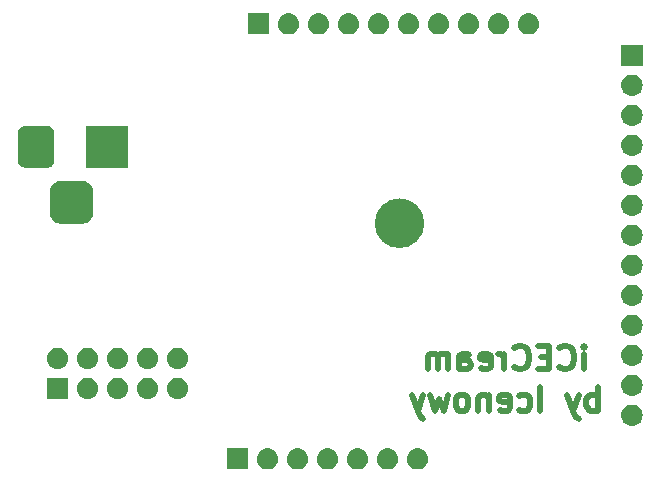
<source format=gbr>
%TF.GenerationSoftware,KiCad,Pcbnew,5.0.2*%
%TF.CreationDate,2019-02-13T10:06:58+08:00*%
%TF.ProjectId,ice40up5k-qfn48,69636534-3075-4703-956b-2d71666e3438,rev?*%
%TF.SameCoordinates,Original*%
%TF.FileFunction,Soldermask,Bot*%
%TF.FilePolarity,Negative*%
%FSLAX46Y46*%
G04 Gerber Fmt 4.6, Leading zero omitted, Abs format (unit mm)*
G04 Created by KiCad (PCBNEW 5.0.2) date 2019年02月13日 星期三 10时06分58秒*
%MOMM*%
%LPD*%
G01*
G04 APERTURE LIST*
%ADD10C,2.100000*%
%ADD11C,0.500000*%
%ADD12C,0.350000*%
G04 APERTURE END LIST*
D10*
X133130000Y-58674000D02*
G75*
G03X133130000Y-58674000I-1050000J0D01*
G01*
D11*
X147716047Y-71036761D02*
X147716047Y-69703428D01*
X147716047Y-69036761D02*
X147811285Y-69132000D01*
X147716047Y-69227238D01*
X147620809Y-69132000D01*
X147716047Y-69036761D01*
X147716047Y-69227238D01*
X145620809Y-70846285D02*
X145716047Y-70941523D01*
X146001761Y-71036761D01*
X146192238Y-71036761D01*
X146477952Y-70941523D01*
X146668428Y-70751047D01*
X146763666Y-70560571D01*
X146858904Y-70179619D01*
X146858904Y-69893904D01*
X146763666Y-69512952D01*
X146668428Y-69322476D01*
X146477952Y-69132000D01*
X146192238Y-69036761D01*
X146001761Y-69036761D01*
X145716047Y-69132000D01*
X145620809Y-69227238D01*
X144763666Y-69989142D02*
X144097000Y-69989142D01*
X143811285Y-71036761D02*
X144763666Y-71036761D01*
X144763666Y-69036761D01*
X143811285Y-69036761D01*
X141811285Y-70846285D02*
X141906523Y-70941523D01*
X142192238Y-71036761D01*
X142382714Y-71036761D01*
X142668428Y-70941523D01*
X142858904Y-70751047D01*
X142954142Y-70560571D01*
X143049380Y-70179619D01*
X143049380Y-69893904D01*
X142954142Y-69512952D01*
X142858904Y-69322476D01*
X142668428Y-69132000D01*
X142382714Y-69036761D01*
X142192238Y-69036761D01*
X141906523Y-69132000D01*
X141811285Y-69227238D01*
X140954142Y-71036761D02*
X140954142Y-69703428D01*
X140954142Y-70084380D02*
X140858904Y-69893904D01*
X140763666Y-69798666D01*
X140573190Y-69703428D01*
X140382714Y-69703428D01*
X138954142Y-70941523D02*
X139144619Y-71036761D01*
X139525571Y-71036761D01*
X139716047Y-70941523D01*
X139811285Y-70751047D01*
X139811285Y-69989142D01*
X139716047Y-69798666D01*
X139525571Y-69703428D01*
X139144619Y-69703428D01*
X138954142Y-69798666D01*
X138858904Y-69989142D01*
X138858904Y-70179619D01*
X139811285Y-70370095D01*
X137144619Y-71036761D02*
X137144619Y-69989142D01*
X137239857Y-69798666D01*
X137430333Y-69703428D01*
X137811285Y-69703428D01*
X138001761Y-69798666D01*
X137144619Y-70941523D02*
X137335095Y-71036761D01*
X137811285Y-71036761D01*
X138001761Y-70941523D01*
X138097000Y-70751047D01*
X138097000Y-70560571D01*
X138001761Y-70370095D01*
X137811285Y-70274857D01*
X137335095Y-70274857D01*
X137144619Y-70179619D01*
X136192238Y-71036761D02*
X136192238Y-69703428D01*
X136192238Y-69893904D02*
X136097000Y-69798666D01*
X135906523Y-69703428D01*
X135620809Y-69703428D01*
X135430333Y-69798666D01*
X135335095Y-69989142D01*
X135335095Y-71036761D01*
X135335095Y-69989142D02*
X135239857Y-69798666D01*
X135049380Y-69703428D01*
X134763666Y-69703428D01*
X134573190Y-69798666D01*
X134477952Y-69989142D01*
X134477952Y-71036761D01*
X148858904Y-74536761D02*
X148858904Y-72536761D01*
X148858904Y-73298666D02*
X148668428Y-73203428D01*
X148287476Y-73203428D01*
X148097000Y-73298666D01*
X148001761Y-73393904D01*
X147906523Y-73584380D01*
X147906523Y-74155809D01*
X148001761Y-74346285D01*
X148097000Y-74441523D01*
X148287476Y-74536761D01*
X148668428Y-74536761D01*
X148858904Y-74441523D01*
X147239857Y-73203428D02*
X146763666Y-74536761D01*
X146287476Y-73203428D02*
X146763666Y-74536761D01*
X146954142Y-75012952D01*
X147049380Y-75108190D01*
X147239857Y-75203428D01*
X144001761Y-74536761D02*
X144001761Y-72536761D01*
X142192238Y-74441523D02*
X142382714Y-74536761D01*
X142763666Y-74536761D01*
X142954142Y-74441523D01*
X143049380Y-74346285D01*
X143144619Y-74155809D01*
X143144619Y-73584380D01*
X143049380Y-73393904D01*
X142954142Y-73298666D01*
X142763666Y-73203428D01*
X142382714Y-73203428D01*
X142192238Y-73298666D01*
X140573190Y-74441523D02*
X140763666Y-74536761D01*
X141144619Y-74536761D01*
X141335095Y-74441523D01*
X141430333Y-74251047D01*
X141430333Y-73489142D01*
X141335095Y-73298666D01*
X141144619Y-73203428D01*
X140763666Y-73203428D01*
X140573190Y-73298666D01*
X140477952Y-73489142D01*
X140477952Y-73679619D01*
X141430333Y-73870095D01*
X139620809Y-73203428D02*
X139620809Y-74536761D01*
X139620809Y-73393904D02*
X139525571Y-73298666D01*
X139335095Y-73203428D01*
X139049380Y-73203428D01*
X138858904Y-73298666D01*
X138763666Y-73489142D01*
X138763666Y-74536761D01*
X137525571Y-74536761D02*
X137716047Y-74441523D01*
X137811285Y-74346285D01*
X137906523Y-74155809D01*
X137906523Y-73584380D01*
X137811285Y-73393904D01*
X137716047Y-73298666D01*
X137525571Y-73203428D01*
X137239857Y-73203428D01*
X137049380Y-73298666D01*
X136954142Y-73393904D01*
X136858904Y-73584380D01*
X136858904Y-74155809D01*
X136954142Y-74346285D01*
X137049380Y-74441523D01*
X137239857Y-74536761D01*
X137525571Y-74536761D01*
X136192238Y-73203428D02*
X135811285Y-74536761D01*
X135430333Y-73584380D01*
X135049380Y-74536761D01*
X134668428Y-73203428D01*
X134097000Y-73203428D02*
X133620809Y-74536761D01*
X133144619Y-73203428D02*
X133620809Y-74536761D01*
X133811285Y-75012952D01*
X133906523Y-75108190D01*
X134097000Y-75203428D01*
D12*
G36*
X133714443Y-77718519D02*
X133780627Y-77725037D01*
X133893853Y-77759384D01*
X133950467Y-77776557D01*
X134089087Y-77850652D01*
X134106991Y-77860222D01*
X134142729Y-77889552D01*
X134244186Y-77972814D01*
X134327448Y-78074271D01*
X134356778Y-78110009D01*
X134356779Y-78110011D01*
X134440443Y-78266533D01*
X134440443Y-78266534D01*
X134491963Y-78436373D01*
X134509359Y-78613000D01*
X134491963Y-78789627D01*
X134457616Y-78902853D01*
X134440443Y-78959467D01*
X134366348Y-79098087D01*
X134356778Y-79115991D01*
X134327448Y-79151729D01*
X134244186Y-79253186D01*
X134142729Y-79336448D01*
X134106991Y-79365778D01*
X134106989Y-79365779D01*
X133950467Y-79449443D01*
X133893853Y-79466616D01*
X133780627Y-79500963D01*
X133714443Y-79507481D01*
X133648260Y-79514000D01*
X133559740Y-79514000D01*
X133493557Y-79507481D01*
X133427373Y-79500963D01*
X133314147Y-79466616D01*
X133257533Y-79449443D01*
X133101011Y-79365779D01*
X133101009Y-79365778D01*
X133065271Y-79336448D01*
X132963814Y-79253186D01*
X132880552Y-79151729D01*
X132851222Y-79115991D01*
X132841652Y-79098087D01*
X132767557Y-78959467D01*
X132750384Y-78902853D01*
X132716037Y-78789627D01*
X132698641Y-78613000D01*
X132716037Y-78436373D01*
X132767557Y-78266534D01*
X132767557Y-78266533D01*
X132851221Y-78110011D01*
X132851222Y-78110009D01*
X132880552Y-78074271D01*
X132963814Y-77972814D01*
X133065271Y-77889552D01*
X133101009Y-77860222D01*
X133118913Y-77850652D01*
X133257533Y-77776557D01*
X133314147Y-77759384D01*
X133427373Y-77725037D01*
X133493557Y-77718519D01*
X133559740Y-77712000D01*
X133648260Y-77712000D01*
X133714443Y-77718519D01*
X133714443Y-77718519D01*
G37*
G36*
X131174443Y-77718519D02*
X131240627Y-77725037D01*
X131353853Y-77759384D01*
X131410467Y-77776557D01*
X131549087Y-77850652D01*
X131566991Y-77860222D01*
X131602729Y-77889552D01*
X131704186Y-77972814D01*
X131787448Y-78074271D01*
X131816778Y-78110009D01*
X131816779Y-78110011D01*
X131900443Y-78266533D01*
X131900443Y-78266534D01*
X131951963Y-78436373D01*
X131969359Y-78613000D01*
X131951963Y-78789627D01*
X131917616Y-78902853D01*
X131900443Y-78959467D01*
X131826348Y-79098087D01*
X131816778Y-79115991D01*
X131787448Y-79151729D01*
X131704186Y-79253186D01*
X131602729Y-79336448D01*
X131566991Y-79365778D01*
X131566989Y-79365779D01*
X131410467Y-79449443D01*
X131353853Y-79466616D01*
X131240627Y-79500963D01*
X131174443Y-79507481D01*
X131108260Y-79514000D01*
X131019740Y-79514000D01*
X130953557Y-79507481D01*
X130887373Y-79500963D01*
X130774147Y-79466616D01*
X130717533Y-79449443D01*
X130561011Y-79365779D01*
X130561009Y-79365778D01*
X130525271Y-79336448D01*
X130423814Y-79253186D01*
X130340552Y-79151729D01*
X130311222Y-79115991D01*
X130301652Y-79098087D01*
X130227557Y-78959467D01*
X130210384Y-78902853D01*
X130176037Y-78789627D01*
X130158641Y-78613000D01*
X130176037Y-78436373D01*
X130227557Y-78266534D01*
X130227557Y-78266533D01*
X130311221Y-78110011D01*
X130311222Y-78110009D01*
X130340552Y-78074271D01*
X130423814Y-77972814D01*
X130525271Y-77889552D01*
X130561009Y-77860222D01*
X130578913Y-77850652D01*
X130717533Y-77776557D01*
X130774147Y-77759384D01*
X130887373Y-77725037D01*
X130953557Y-77718519D01*
X131019740Y-77712000D01*
X131108260Y-77712000D01*
X131174443Y-77718519D01*
X131174443Y-77718519D01*
G37*
G36*
X119265000Y-79514000D02*
X117463000Y-79514000D01*
X117463000Y-77712000D01*
X119265000Y-77712000D01*
X119265000Y-79514000D01*
X119265000Y-79514000D01*
G37*
G36*
X121014443Y-77718519D02*
X121080627Y-77725037D01*
X121193853Y-77759384D01*
X121250467Y-77776557D01*
X121389087Y-77850652D01*
X121406991Y-77860222D01*
X121442729Y-77889552D01*
X121544186Y-77972814D01*
X121627448Y-78074271D01*
X121656778Y-78110009D01*
X121656779Y-78110011D01*
X121740443Y-78266533D01*
X121740443Y-78266534D01*
X121791963Y-78436373D01*
X121809359Y-78613000D01*
X121791963Y-78789627D01*
X121757616Y-78902853D01*
X121740443Y-78959467D01*
X121666348Y-79098087D01*
X121656778Y-79115991D01*
X121627448Y-79151729D01*
X121544186Y-79253186D01*
X121442729Y-79336448D01*
X121406991Y-79365778D01*
X121406989Y-79365779D01*
X121250467Y-79449443D01*
X121193853Y-79466616D01*
X121080627Y-79500963D01*
X121014443Y-79507481D01*
X120948260Y-79514000D01*
X120859740Y-79514000D01*
X120793557Y-79507481D01*
X120727373Y-79500963D01*
X120614147Y-79466616D01*
X120557533Y-79449443D01*
X120401011Y-79365779D01*
X120401009Y-79365778D01*
X120365271Y-79336448D01*
X120263814Y-79253186D01*
X120180552Y-79151729D01*
X120151222Y-79115991D01*
X120141652Y-79098087D01*
X120067557Y-78959467D01*
X120050384Y-78902853D01*
X120016037Y-78789627D01*
X119998641Y-78613000D01*
X120016037Y-78436373D01*
X120067557Y-78266534D01*
X120067557Y-78266533D01*
X120151221Y-78110011D01*
X120151222Y-78110009D01*
X120180552Y-78074271D01*
X120263814Y-77972814D01*
X120365271Y-77889552D01*
X120401009Y-77860222D01*
X120418913Y-77850652D01*
X120557533Y-77776557D01*
X120614147Y-77759384D01*
X120727373Y-77725037D01*
X120793557Y-77718519D01*
X120859740Y-77712000D01*
X120948260Y-77712000D01*
X121014443Y-77718519D01*
X121014443Y-77718519D01*
G37*
G36*
X126094443Y-77718519D02*
X126160627Y-77725037D01*
X126273853Y-77759384D01*
X126330467Y-77776557D01*
X126469087Y-77850652D01*
X126486991Y-77860222D01*
X126522729Y-77889552D01*
X126624186Y-77972814D01*
X126707448Y-78074271D01*
X126736778Y-78110009D01*
X126736779Y-78110011D01*
X126820443Y-78266533D01*
X126820443Y-78266534D01*
X126871963Y-78436373D01*
X126889359Y-78613000D01*
X126871963Y-78789627D01*
X126837616Y-78902853D01*
X126820443Y-78959467D01*
X126746348Y-79098087D01*
X126736778Y-79115991D01*
X126707448Y-79151729D01*
X126624186Y-79253186D01*
X126522729Y-79336448D01*
X126486991Y-79365778D01*
X126486989Y-79365779D01*
X126330467Y-79449443D01*
X126273853Y-79466616D01*
X126160627Y-79500963D01*
X126094443Y-79507481D01*
X126028260Y-79514000D01*
X125939740Y-79514000D01*
X125873557Y-79507481D01*
X125807373Y-79500963D01*
X125694147Y-79466616D01*
X125637533Y-79449443D01*
X125481011Y-79365779D01*
X125481009Y-79365778D01*
X125445271Y-79336448D01*
X125343814Y-79253186D01*
X125260552Y-79151729D01*
X125231222Y-79115991D01*
X125221652Y-79098087D01*
X125147557Y-78959467D01*
X125130384Y-78902853D01*
X125096037Y-78789627D01*
X125078641Y-78613000D01*
X125096037Y-78436373D01*
X125147557Y-78266534D01*
X125147557Y-78266533D01*
X125231221Y-78110011D01*
X125231222Y-78110009D01*
X125260552Y-78074271D01*
X125343814Y-77972814D01*
X125445271Y-77889552D01*
X125481009Y-77860222D01*
X125498913Y-77850652D01*
X125637533Y-77776557D01*
X125694147Y-77759384D01*
X125807373Y-77725037D01*
X125873557Y-77718519D01*
X125939740Y-77712000D01*
X126028260Y-77712000D01*
X126094443Y-77718519D01*
X126094443Y-77718519D01*
G37*
G36*
X128634443Y-77718519D02*
X128700627Y-77725037D01*
X128813853Y-77759384D01*
X128870467Y-77776557D01*
X129009087Y-77850652D01*
X129026991Y-77860222D01*
X129062729Y-77889552D01*
X129164186Y-77972814D01*
X129247448Y-78074271D01*
X129276778Y-78110009D01*
X129276779Y-78110011D01*
X129360443Y-78266533D01*
X129360443Y-78266534D01*
X129411963Y-78436373D01*
X129429359Y-78613000D01*
X129411963Y-78789627D01*
X129377616Y-78902853D01*
X129360443Y-78959467D01*
X129286348Y-79098087D01*
X129276778Y-79115991D01*
X129247448Y-79151729D01*
X129164186Y-79253186D01*
X129062729Y-79336448D01*
X129026991Y-79365778D01*
X129026989Y-79365779D01*
X128870467Y-79449443D01*
X128813853Y-79466616D01*
X128700627Y-79500963D01*
X128634443Y-79507481D01*
X128568260Y-79514000D01*
X128479740Y-79514000D01*
X128413557Y-79507481D01*
X128347373Y-79500963D01*
X128234147Y-79466616D01*
X128177533Y-79449443D01*
X128021011Y-79365779D01*
X128021009Y-79365778D01*
X127985271Y-79336448D01*
X127883814Y-79253186D01*
X127800552Y-79151729D01*
X127771222Y-79115991D01*
X127761652Y-79098087D01*
X127687557Y-78959467D01*
X127670384Y-78902853D01*
X127636037Y-78789627D01*
X127618641Y-78613000D01*
X127636037Y-78436373D01*
X127687557Y-78266534D01*
X127687557Y-78266533D01*
X127771221Y-78110011D01*
X127771222Y-78110009D01*
X127800552Y-78074271D01*
X127883814Y-77972814D01*
X127985271Y-77889552D01*
X128021009Y-77860222D01*
X128038913Y-77850652D01*
X128177533Y-77776557D01*
X128234147Y-77759384D01*
X128347373Y-77725037D01*
X128413557Y-77718519D01*
X128479740Y-77712000D01*
X128568260Y-77712000D01*
X128634443Y-77718519D01*
X128634443Y-77718519D01*
G37*
G36*
X123554443Y-77718519D02*
X123620627Y-77725037D01*
X123733853Y-77759384D01*
X123790467Y-77776557D01*
X123929087Y-77850652D01*
X123946991Y-77860222D01*
X123982729Y-77889552D01*
X124084186Y-77972814D01*
X124167448Y-78074271D01*
X124196778Y-78110009D01*
X124196779Y-78110011D01*
X124280443Y-78266533D01*
X124280443Y-78266534D01*
X124331963Y-78436373D01*
X124349359Y-78613000D01*
X124331963Y-78789627D01*
X124297616Y-78902853D01*
X124280443Y-78959467D01*
X124206348Y-79098087D01*
X124196778Y-79115991D01*
X124167448Y-79151729D01*
X124084186Y-79253186D01*
X123982729Y-79336448D01*
X123946991Y-79365778D01*
X123946989Y-79365779D01*
X123790467Y-79449443D01*
X123733853Y-79466616D01*
X123620627Y-79500963D01*
X123554443Y-79507481D01*
X123488260Y-79514000D01*
X123399740Y-79514000D01*
X123333557Y-79507481D01*
X123267373Y-79500963D01*
X123154147Y-79466616D01*
X123097533Y-79449443D01*
X122941011Y-79365779D01*
X122941009Y-79365778D01*
X122905271Y-79336448D01*
X122803814Y-79253186D01*
X122720552Y-79151729D01*
X122691222Y-79115991D01*
X122681652Y-79098087D01*
X122607557Y-78959467D01*
X122590384Y-78902853D01*
X122556037Y-78789627D01*
X122538641Y-78613000D01*
X122556037Y-78436373D01*
X122607557Y-78266534D01*
X122607557Y-78266533D01*
X122691221Y-78110011D01*
X122691222Y-78110009D01*
X122720552Y-78074271D01*
X122803814Y-77972814D01*
X122905271Y-77889552D01*
X122941009Y-77860222D01*
X122958913Y-77850652D01*
X123097533Y-77776557D01*
X123154147Y-77759384D01*
X123267373Y-77725037D01*
X123333557Y-77718519D01*
X123399740Y-77712000D01*
X123488260Y-77712000D01*
X123554443Y-77718519D01*
X123554443Y-77718519D01*
G37*
G36*
X151875442Y-74035518D02*
X151941627Y-74042037D01*
X152054853Y-74076384D01*
X152111467Y-74093557D01*
X152250087Y-74167652D01*
X152267991Y-74177222D01*
X152303729Y-74206552D01*
X152405186Y-74289814D01*
X152488448Y-74391271D01*
X152517778Y-74427009D01*
X152517779Y-74427011D01*
X152601443Y-74583533D01*
X152601443Y-74583534D01*
X152652963Y-74753373D01*
X152670359Y-74930000D01*
X152652963Y-75106627D01*
X152618616Y-75219853D01*
X152601443Y-75276467D01*
X152527348Y-75415087D01*
X152517778Y-75432991D01*
X152488448Y-75468729D01*
X152405186Y-75570186D01*
X152303729Y-75653448D01*
X152267991Y-75682778D01*
X152267989Y-75682779D01*
X152111467Y-75766443D01*
X152054853Y-75783616D01*
X151941627Y-75817963D01*
X151875442Y-75824482D01*
X151809260Y-75831000D01*
X151720740Y-75831000D01*
X151654558Y-75824482D01*
X151588373Y-75817963D01*
X151475147Y-75783616D01*
X151418533Y-75766443D01*
X151262011Y-75682779D01*
X151262009Y-75682778D01*
X151226271Y-75653448D01*
X151124814Y-75570186D01*
X151041552Y-75468729D01*
X151012222Y-75432991D01*
X151002652Y-75415087D01*
X150928557Y-75276467D01*
X150911384Y-75219853D01*
X150877037Y-75106627D01*
X150859641Y-74930000D01*
X150877037Y-74753373D01*
X150928557Y-74583534D01*
X150928557Y-74583533D01*
X151012221Y-74427011D01*
X151012222Y-74427009D01*
X151041552Y-74391271D01*
X151124814Y-74289814D01*
X151226271Y-74206552D01*
X151262009Y-74177222D01*
X151279913Y-74167652D01*
X151418533Y-74093557D01*
X151475147Y-74076384D01*
X151588373Y-74042037D01*
X151654558Y-74035518D01*
X151720740Y-74029000D01*
X151809260Y-74029000D01*
X151875442Y-74035518D01*
X151875442Y-74035518D01*
G37*
G36*
X110854442Y-71749518D02*
X110920627Y-71756037D01*
X111033853Y-71790384D01*
X111090467Y-71807557D01*
X111229087Y-71881652D01*
X111246991Y-71891222D01*
X111282729Y-71920552D01*
X111384186Y-72003814D01*
X111467448Y-72105271D01*
X111496778Y-72141009D01*
X111496779Y-72141011D01*
X111580443Y-72297533D01*
X111580443Y-72297534D01*
X111631963Y-72467373D01*
X111649359Y-72644000D01*
X111631963Y-72820627D01*
X111597616Y-72933853D01*
X111580443Y-72990467D01*
X111559213Y-73030185D01*
X111496778Y-73146991D01*
X111467448Y-73182729D01*
X111384186Y-73284186D01*
X111282729Y-73367448D01*
X111246991Y-73396778D01*
X111246989Y-73396779D01*
X111090467Y-73480443D01*
X111033853Y-73497616D01*
X110920627Y-73531963D01*
X110854442Y-73538482D01*
X110788260Y-73545000D01*
X110699740Y-73545000D01*
X110633558Y-73538482D01*
X110567373Y-73531963D01*
X110454147Y-73497616D01*
X110397533Y-73480443D01*
X110241011Y-73396779D01*
X110241009Y-73396778D01*
X110205271Y-73367448D01*
X110103814Y-73284186D01*
X110020552Y-73182729D01*
X109991222Y-73146991D01*
X109928787Y-73030185D01*
X109907557Y-72990467D01*
X109890384Y-72933853D01*
X109856037Y-72820627D01*
X109838641Y-72644000D01*
X109856037Y-72467373D01*
X109907557Y-72297534D01*
X109907557Y-72297533D01*
X109991221Y-72141011D01*
X109991222Y-72141009D01*
X110020552Y-72105271D01*
X110103814Y-72003814D01*
X110205271Y-71920552D01*
X110241009Y-71891222D01*
X110258913Y-71881652D01*
X110397533Y-71807557D01*
X110454147Y-71790384D01*
X110567373Y-71756037D01*
X110633558Y-71749518D01*
X110699740Y-71743000D01*
X110788260Y-71743000D01*
X110854442Y-71749518D01*
X110854442Y-71749518D01*
G37*
G36*
X113394442Y-71749518D02*
X113460627Y-71756037D01*
X113573853Y-71790384D01*
X113630467Y-71807557D01*
X113769087Y-71881652D01*
X113786991Y-71891222D01*
X113822729Y-71920552D01*
X113924186Y-72003814D01*
X114007448Y-72105271D01*
X114036778Y-72141009D01*
X114036779Y-72141011D01*
X114120443Y-72297533D01*
X114120443Y-72297534D01*
X114171963Y-72467373D01*
X114189359Y-72644000D01*
X114171963Y-72820627D01*
X114137616Y-72933853D01*
X114120443Y-72990467D01*
X114099213Y-73030185D01*
X114036778Y-73146991D01*
X114007448Y-73182729D01*
X113924186Y-73284186D01*
X113822729Y-73367448D01*
X113786991Y-73396778D01*
X113786989Y-73396779D01*
X113630467Y-73480443D01*
X113573853Y-73497616D01*
X113460627Y-73531963D01*
X113394442Y-73538482D01*
X113328260Y-73545000D01*
X113239740Y-73545000D01*
X113173558Y-73538482D01*
X113107373Y-73531963D01*
X112994147Y-73497616D01*
X112937533Y-73480443D01*
X112781011Y-73396779D01*
X112781009Y-73396778D01*
X112745271Y-73367448D01*
X112643814Y-73284186D01*
X112560552Y-73182729D01*
X112531222Y-73146991D01*
X112468787Y-73030185D01*
X112447557Y-72990467D01*
X112430384Y-72933853D01*
X112396037Y-72820627D01*
X112378641Y-72644000D01*
X112396037Y-72467373D01*
X112447557Y-72297534D01*
X112447557Y-72297533D01*
X112531221Y-72141011D01*
X112531222Y-72141009D01*
X112560552Y-72105271D01*
X112643814Y-72003814D01*
X112745271Y-71920552D01*
X112781009Y-71891222D01*
X112798913Y-71881652D01*
X112937533Y-71807557D01*
X112994147Y-71790384D01*
X113107373Y-71756037D01*
X113173558Y-71749518D01*
X113239740Y-71743000D01*
X113328260Y-71743000D01*
X113394442Y-71749518D01*
X113394442Y-71749518D01*
G37*
G36*
X108314442Y-71749518D02*
X108380627Y-71756037D01*
X108493853Y-71790384D01*
X108550467Y-71807557D01*
X108689087Y-71881652D01*
X108706991Y-71891222D01*
X108742729Y-71920552D01*
X108844186Y-72003814D01*
X108927448Y-72105271D01*
X108956778Y-72141009D01*
X108956779Y-72141011D01*
X109040443Y-72297533D01*
X109040443Y-72297534D01*
X109091963Y-72467373D01*
X109109359Y-72644000D01*
X109091963Y-72820627D01*
X109057616Y-72933853D01*
X109040443Y-72990467D01*
X109019213Y-73030185D01*
X108956778Y-73146991D01*
X108927448Y-73182729D01*
X108844186Y-73284186D01*
X108742729Y-73367448D01*
X108706991Y-73396778D01*
X108706989Y-73396779D01*
X108550467Y-73480443D01*
X108493853Y-73497616D01*
X108380627Y-73531963D01*
X108314442Y-73538482D01*
X108248260Y-73545000D01*
X108159740Y-73545000D01*
X108093558Y-73538482D01*
X108027373Y-73531963D01*
X107914147Y-73497616D01*
X107857533Y-73480443D01*
X107701011Y-73396779D01*
X107701009Y-73396778D01*
X107665271Y-73367448D01*
X107563814Y-73284186D01*
X107480552Y-73182729D01*
X107451222Y-73146991D01*
X107388787Y-73030185D01*
X107367557Y-72990467D01*
X107350384Y-72933853D01*
X107316037Y-72820627D01*
X107298641Y-72644000D01*
X107316037Y-72467373D01*
X107367557Y-72297534D01*
X107367557Y-72297533D01*
X107451221Y-72141011D01*
X107451222Y-72141009D01*
X107480552Y-72105271D01*
X107563814Y-72003814D01*
X107665271Y-71920552D01*
X107701009Y-71891222D01*
X107718913Y-71881652D01*
X107857533Y-71807557D01*
X107914147Y-71790384D01*
X108027373Y-71756037D01*
X108093558Y-71749518D01*
X108159740Y-71743000D01*
X108248260Y-71743000D01*
X108314442Y-71749518D01*
X108314442Y-71749518D01*
G37*
G36*
X105774442Y-71749518D02*
X105840627Y-71756037D01*
X105953853Y-71790384D01*
X106010467Y-71807557D01*
X106149087Y-71881652D01*
X106166991Y-71891222D01*
X106202729Y-71920552D01*
X106304186Y-72003814D01*
X106387448Y-72105271D01*
X106416778Y-72141009D01*
X106416779Y-72141011D01*
X106500443Y-72297533D01*
X106500443Y-72297534D01*
X106551963Y-72467373D01*
X106569359Y-72644000D01*
X106551963Y-72820627D01*
X106517616Y-72933853D01*
X106500443Y-72990467D01*
X106479213Y-73030185D01*
X106416778Y-73146991D01*
X106387448Y-73182729D01*
X106304186Y-73284186D01*
X106202729Y-73367448D01*
X106166991Y-73396778D01*
X106166989Y-73396779D01*
X106010467Y-73480443D01*
X105953853Y-73497616D01*
X105840627Y-73531963D01*
X105774442Y-73538482D01*
X105708260Y-73545000D01*
X105619740Y-73545000D01*
X105553558Y-73538482D01*
X105487373Y-73531963D01*
X105374147Y-73497616D01*
X105317533Y-73480443D01*
X105161011Y-73396779D01*
X105161009Y-73396778D01*
X105125271Y-73367448D01*
X105023814Y-73284186D01*
X104940552Y-73182729D01*
X104911222Y-73146991D01*
X104848787Y-73030185D01*
X104827557Y-72990467D01*
X104810384Y-72933853D01*
X104776037Y-72820627D01*
X104758641Y-72644000D01*
X104776037Y-72467373D01*
X104827557Y-72297534D01*
X104827557Y-72297533D01*
X104911221Y-72141011D01*
X104911222Y-72141009D01*
X104940552Y-72105271D01*
X105023814Y-72003814D01*
X105125271Y-71920552D01*
X105161009Y-71891222D01*
X105178913Y-71881652D01*
X105317533Y-71807557D01*
X105374147Y-71790384D01*
X105487373Y-71756037D01*
X105553558Y-71749518D01*
X105619740Y-71743000D01*
X105708260Y-71743000D01*
X105774442Y-71749518D01*
X105774442Y-71749518D01*
G37*
G36*
X104025000Y-73545000D02*
X102223000Y-73545000D01*
X102223000Y-71743000D01*
X104025000Y-71743000D01*
X104025000Y-73545000D01*
X104025000Y-73545000D01*
G37*
G36*
X151875443Y-71495519D02*
X151941627Y-71502037D01*
X152054853Y-71536384D01*
X152111467Y-71553557D01*
X152250087Y-71627652D01*
X152267991Y-71637222D01*
X152303729Y-71666552D01*
X152405186Y-71749814D01*
X152488448Y-71851271D01*
X152517778Y-71887009D01*
X152517779Y-71887011D01*
X152601443Y-72043533D01*
X152601443Y-72043534D01*
X152652963Y-72213373D01*
X152670359Y-72390000D01*
X152652963Y-72566627D01*
X152629492Y-72644000D01*
X152601443Y-72736467D01*
X152556459Y-72820625D01*
X152517778Y-72892991D01*
X152488448Y-72928729D01*
X152405186Y-73030186D01*
X152303729Y-73113448D01*
X152267991Y-73142778D01*
X152267989Y-73142779D01*
X152111467Y-73226443D01*
X152054853Y-73243616D01*
X151941627Y-73277963D01*
X151878453Y-73284185D01*
X151809260Y-73291000D01*
X151720740Y-73291000D01*
X151651547Y-73284185D01*
X151588373Y-73277963D01*
X151475147Y-73243616D01*
X151418533Y-73226443D01*
X151262011Y-73142779D01*
X151262009Y-73142778D01*
X151226271Y-73113448D01*
X151124814Y-73030186D01*
X151041552Y-72928729D01*
X151012222Y-72892991D01*
X150973541Y-72820625D01*
X150928557Y-72736467D01*
X150900508Y-72644000D01*
X150877037Y-72566627D01*
X150859641Y-72390000D01*
X150877037Y-72213373D01*
X150928557Y-72043534D01*
X150928557Y-72043533D01*
X151012221Y-71887011D01*
X151012222Y-71887009D01*
X151041552Y-71851271D01*
X151124814Y-71749814D01*
X151226271Y-71666552D01*
X151262009Y-71637222D01*
X151279913Y-71627652D01*
X151418533Y-71553557D01*
X151475147Y-71536384D01*
X151588373Y-71502037D01*
X151654557Y-71495519D01*
X151720740Y-71489000D01*
X151809260Y-71489000D01*
X151875443Y-71495519D01*
X151875443Y-71495519D01*
G37*
G36*
X113394443Y-69209519D02*
X113460627Y-69216037D01*
X113573853Y-69250384D01*
X113630467Y-69267557D01*
X113769087Y-69341652D01*
X113786991Y-69351222D01*
X113822729Y-69380552D01*
X113924186Y-69463814D01*
X114007448Y-69565271D01*
X114036778Y-69601009D01*
X114036779Y-69601011D01*
X114120443Y-69757533D01*
X114120443Y-69757534D01*
X114171963Y-69927373D01*
X114189359Y-70104000D01*
X114171963Y-70280627D01*
X114137616Y-70393853D01*
X114120443Y-70450467D01*
X114099213Y-70490185D01*
X114036778Y-70606991D01*
X114007448Y-70642729D01*
X113924186Y-70744186D01*
X113822729Y-70827448D01*
X113786991Y-70856778D01*
X113786989Y-70856779D01*
X113630467Y-70940443D01*
X113573853Y-70957616D01*
X113460627Y-70991963D01*
X113394443Y-70998481D01*
X113328260Y-71005000D01*
X113239740Y-71005000D01*
X113173557Y-70998481D01*
X113107373Y-70991963D01*
X112994147Y-70957616D01*
X112937533Y-70940443D01*
X112781011Y-70856779D01*
X112781009Y-70856778D01*
X112745271Y-70827448D01*
X112643814Y-70744186D01*
X112560552Y-70642729D01*
X112531222Y-70606991D01*
X112468787Y-70490185D01*
X112447557Y-70450467D01*
X112430384Y-70393853D01*
X112396037Y-70280627D01*
X112378641Y-70104000D01*
X112396037Y-69927373D01*
X112447557Y-69757534D01*
X112447557Y-69757533D01*
X112531221Y-69601011D01*
X112531222Y-69601009D01*
X112560552Y-69565271D01*
X112643814Y-69463814D01*
X112745271Y-69380552D01*
X112781009Y-69351222D01*
X112798913Y-69341652D01*
X112937533Y-69267557D01*
X112994147Y-69250384D01*
X113107373Y-69216037D01*
X113173557Y-69209519D01*
X113239740Y-69203000D01*
X113328260Y-69203000D01*
X113394443Y-69209519D01*
X113394443Y-69209519D01*
G37*
G36*
X108314443Y-69209519D02*
X108380627Y-69216037D01*
X108493853Y-69250384D01*
X108550467Y-69267557D01*
X108689087Y-69341652D01*
X108706991Y-69351222D01*
X108742729Y-69380552D01*
X108844186Y-69463814D01*
X108927448Y-69565271D01*
X108956778Y-69601009D01*
X108956779Y-69601011D01*
X109040443Y-69757533D01*
X109040443Y-69757534D01*
X109091963Y-69927373D01*
X109109359Y-70104000D01*
X109091963Y-70280627D01*
X109057616Y-70393853D01*
X109040443Y-70450467D01*
X109019213Y-70490185D01*
X108956778Y-70606991D01*
X108927448Y-70642729D01*
X108844186Y-70744186D01*
X108742729Y-70827448D01*
X108706991Y-70856778D01*
X108706989Y-70856779D01*
X108550467Y-70940443D01*
X108493853Y-70957616D01*
X108380627Y-70991963D01*
X108314443Y-70998481D01*
X108248260Y-71005000D01*
X108159740Y-71005000D01*
X108093557Y-70998481D01*
X108027373Y-70991963D01*
X107914147Y-70957616D01*
X107857533Y-70940443D01*
X107701011Y-70856779D01*
X107701009Y-70856778D01*
X107665271Y-70827448D01*
X107563814Y-70744186D01*
X107480552Y-70642729D01*
X107451222Y-70606991D01*
X107388787Y-70490185D01*
X107367557Y-70450467D01*
X107350384Y-70393853D01*
X107316037Y-70280627D01*
X107298641Y-70104000D01*
X107316037Y-69927373D01*
X107367557Y-69757534D01*
X107367557Y-69757533D01*
X107451221Y-69601011D01*
X107451222Y-69601009D01*
X107480552Y-69565271D01*
X107563814Y-69463814D01*
X107665271Y-69380552D01*
X107701009Y-69351222D01*
X107718913Y-69341652D01*
X107857533Y-69267557D01*
X107914147Y-69250384D01*
X108027373Y-69216037D01*
X108093557Y-69209519D01*
X108159740Y-69203000D01*
X108248260Y-69203000D01*
X108314443Y-69209519D01*
X108314443Y-69209519D01*
G37*
G36*
X105774443Y-69209519D02*
X105840627Y-69216037D01*
X105953853Y-69250384D01*
X106010467Y-69267557D01*
X106149087Y-69341652D01*
X106166991Y-69351222D01*
X106202729Y-69380552D01*
X106304186Y-69463814D01*
X106387448Y-69565271D01*
X106416778Y-69601009D01*
X106416779Y-69601011D01*
X106500443Y-69757533D01*
X106500443Y-69757534D01*
X106551963Y-69927373D01*
X106569359Y-70104000D01*
X106551963Y-70280627D01*
X106517616Y-70393853D01*
X106500443Y-70450467D01*
X106479213Y-70490185D01*
X106416778Y-70606991D01*
X106387448Y-70642729D01*
X106304186Y-70744186D01*
X106202729Y-70827448D01*
X106166991Y-70856778D01*
X106166989Y-70856779D01*
X106010467Y-70940443D01*
X105953853Y-70957616D01*
X105840627Y-70991963D01*
X105774443Y-70998481D01*
X105708260Y-71005000D01*
X105619740Y-71005000D01*
X105553557Y-70998481D01*
X105487373Y-70991963D01*
X105374147Y-70957616D01*
X105317533Y-70940443D01*
X105161011Y-70856779D01*
X105161009Y-70856778D01*
X105125271Y-70827448D01*
X105023814Y-70744186D01*
X104940552Y-70642729D01*
X104911222Y-70606991D01*
X104848787Y-70490185D01*
X104827557Y-70450467D01*
X104810384Y-70393853D01*
X104776037Y-70280627D01*
X104758641Y-70104000D01*
X104776037Y-69927373D01*
X104827557Y-69757534D01*
X104827557Y-69757533D01*
X104911221Y-69601011D01*
X104911222Y-69601009D01*
X104940552Y-69565271D01*
X105023814Y-69463814D01*
X105125271Y-69380552D01*
X105161009Y-69351222D01*
X105178913Y-69341652D01*
X105317533Y-69267557D01*
X105374147Y-69250384D01*
X105487373Y-69216037D01*
X105553557Y-69209519D01*
X105619740Y-69203000D01*
X105708260Y-69203000D01*
X105774443Y-69209519D01*
X105774443Y-69209519D01*
G37*
G36*
X103234443Y-69209519D02*
X103300627Y-69216037D01*
X103413853Y-69250384D01*
X103470467Y-69267557D01*
X103609087Y-69341652D01*
X103626991Y-69351222D01*
X103662729Y-69380552D01*
X103764186Y-69463814D01*
X103847448Y-69565271D01*
X103876778Y-69601009D01*
X103876779Y-69601011D01*
X103960443Y-69757533D01*
X103960443Y-69757534D01*
X104011963Y-69927373D01*
X104029359Y-70104000D01*
X104011963Y-70280627D01*
X103977616Y-70393853D01*
X103960443Y-70450467D01*
X103939213Y-70490185D01*
X103876778Y-70606991D01*
X103847448Y-70642729D01*
X103764186Y-70744186D01*
X103662729Y-70827448D01*
X103626991Y-70856778D01*
X103626989Y-70856779D01*
X103470467Y-70940443D01*
X103413853Y-70957616D01*
X103300627Y-70991963D01*
X103234443Y-70998481D01*
X103168260Y-71005000D01*
X103079740Y-71005000D01*
X103013557Y-70998481D01*
X102947373Y-70991963D01*
X102834147Y-70957616D01*
X102777533Y-70940443D01*
X102621011Y-70856779D01*
X102621009Y-70856778D01*
X102585271Y-70827448D01*
X102483814Y-70744186D01*
X102400552Y-70642729D01*
X102371222Y-70606991D01*
X102308787Y-70490185D01*
X102287557Y-70450467D01*
X102270384Y-70393853D01*
X102236037Y-70280627D01*
X102218641Y-70104000D01*
X102236037Y-69927373D01*
X102287557Y-69757534D01*
X102287557Y-69757533D01*
X102371221Y-69601011D01*
X102371222Y-69601009D01*
X102400552Y-69565271D01*
X102483814Y-69463814D01*
X102585271Y-69380552D01*
X102621009Y-69351222D01*
X102638913Y-69341652D01*
X102777533Y-69267557D01*
X102834147Y-69250384D01*
X102947373Y-69216037D01*
X103013557Y-69209519D01*
X103079740Y-69203000D01*
X103168260Y-69203000D01*
X103234443Y-69209519D01*
X103234443Y-69209519D01*
G37*
G36*
X110854443Y-69209519D02*
X110920627Y-69216037D01*
X111033853Y-69250384D01*
X111090467Y-69267557D01*
X111229087Y-69341652D01*
X111246991Y-69351222D01*
X111282729Y-69380552D01*
X111384186Y-69463814D01*
X111467448Y-69565271D01*
X111496778Y-69601009D01*
X111496779Y-69601011D01*
X111580443Y-69757533D01*
X111580443Y-69757534D01*
X111631963Y-69927373D01*
X111649359Y-70104000D01*
X111631963Y-70280627D01*
X111597616Y-70393853D01*
X111580443Y-70450467D01*
X111559213Y-70490185D01*
X111496778Y-70606991D01*
X111467448Y-70642729D01*
X111384186Y-70744186D01*
X111282729Y-70827448D01*
X111246991Y-70856778D01*
X111246989Y-70856779D01*
X111090467Y-70940443D01*
X111033853Y-70957616D01*
X110920627Y-70991963D01*
X110854443Y-70998481D01*
X110788260Y-71005000D01*
X110699740Y-71005000D01*
X110633557Y-70998481D01*
X110567373Y-70991963D01*
X110454147Y-70957616D01*
X110397533Y-70940443D01*
X110241011Y-70856779D01*
X110241009Y-70856778D01*
X110205271Y-70827448D01*
X110103814Y-70744186D01*
X110020552Y-70642729D01*
X109991222Y-70606991D01*
X109928787Y-70490185D01*
X109907557Y-70450467D01*
X109890384Y-70393853D01*
X109856037Y-70280627D01*
X109838641Y-70104000D01*
X109856037Y-69927373D01*
X109907557Y-69757534D01*
X109907557Y-69757533D01*
X109991221Y-69601011D01*
X109991222Y-69601009D01*
X110020552Y-69565271D01*
X110103814Y-69463814D01*
X110205271Y-69380552D01*
X110241009Y-69351222D01*
X110258913Y-69341652D01*
X110397533Y-69267557D01*
X110454147Y-69250384D01*
X110567373Y-69216037D01*
X110633557Y-69209519D01*
X110699740Y-69203000D01*
X110788260Y-69203000D01*
X110854443Y-69209519D01*
X110854443Y-69209519D01*
G37*
G36*
X151875443Y-68955519D02*
X151941627Y-68962037D01*
X152054853Y-68996384D01*
X152111467Y-69013557D01*
X152250087Y-69087652D01*
X152267991Y-69097222D01*
X152303729Y-69126552D01*
X152405186Y-69209814D01*
X152488448Y-69311271D01*
X152517778Y-69347009D01*
X152517779Y-69347011D01*
X152601443Y-69503533D01*
X152601443Y-69503534D01*
X152652963Y-69673373D01*
X152670359Y-69850000D01*
X152652963Y-70026627D01*
X152629492Y-70104000D01*
X152601443Y-70196467D01*
X152556459Y-70280625D01*
X152517778Y-70352991D01*
X152488448Y-70388729D01*
X152405186Y-70490186D01*
X152303729Y-70573448D01*
X152267991Y-70602778D01*
X152267989Y-70602779D01*
X152111467Y-70686443D01*
X152054853Y-70703616D01*
X151941627Y-70737963D01*
X151878453Y-70744185D01*
X151809260Y-70751000D01*
X151720740Y-70751000D01*
X151651547Y-70744185D01*
X151588373Y-70737963D01*
X151475147Y-70703616D01*
X151418533Y-70686443D01*
X151262011Y-70602779D01*
X151262009Y-70602778D01*
X151226271Y-70573448D01*
X151124814Y-70490186D01*
X151041552Y-70388729D01*
X151012222Y-70352991D01*
X150973541Y-70280625D01*
X150928557Y-70196467D01*
X150900508Y-70104000D01*
X150877037Y-70026627D01*
X150859641Y-69850000D01*
X150877037Y-69673373D01*
X150928557Y-69503534D01*
X150928557Y-69503533D01*
X151012221Y-69347011D01*
X151012222Y-69347009D01*
X151041552Y-69311271D01*
X151124814Y-69209814D01*
X151226271Y-69126552D01*
X151262009Y-69097222D01*
X151279913Y-69087652D01*
X151418533Y-69013557D01*
X151475147Y-68996384D01*
X151588373Y-68962037D01*
X151654557Y-68955519D01*
X151720740Y-68949000D01*
X151809260Y-68949000D01*
X151875443Y-68955519D01*
X151875443Y-68955519D01*
G37*
G36*
X151875443Y-66415519D02*
X151941627Y-66422037D01*
X152054853Y-66456384D01*
X152111467Y-66473557D01*
X152250087Y-66547652D01*
X152267991Y-66557222D01*
X152303729Y-66586552D01*
X152405186Y-66669814D01*
X152488448Y-66771271D01*
X152517778Y-66807009D01*
X152517779Y-66807011D01*
X152601443Y-66963533D01*
X152601443Y-66963534D01*
X152652963Y-67133373D01*
X152670359Y-67310000D01*
X152652963Y-67486627D01*
X152618616Y-67599853D01*
X152601443Y-67656467D01*
X152527348Y-67795087D01*
X152517778Y-67812991D01*
X152488448Y-67848729D01*
X152405186Y-67950186D01*
X152303729Y-68033448D01*
X152267991Y-68062778D01*
X152267989Y-68062779D01*
X152111467Y-68146443D01*
X152054853Y-68163616D01*
X151941627Y-68197963D01*
X151875443Y-68204481D01*
X151809260Y-68211000D01*
X151720740Y-68211000D01*
X151654557Y-68204481D01*
X151588373Y-68197963D01*
X151475147Y-68163616D01*
X151418533Y-68146443D01*
X151262011Y-68062779D01*
X151262009Y-68062778D01*
X151226271Y-68033448D01*
X151124814Y-67950186D01*
X151041552Y-67848729D01*
X151012222Y-67812991D01*
X151002652Y-67795087D01*
X150928557Y-67656467D01*
X150911384Y-67599853D01*
X150877037Y-67486627D01*
X150859641Y-67310000D01*
X150877037Y-67133373D01*
X150928557Y-66963534D01*
X150928557Y-66963533D01*
X151012221Y-66807011D01*
X151012222Y-66807009D01*
X151041552Y-66771271D01*
X151124814Y-66669814D01*
X151226271Y-66586552D01*
X151262009Y-66557222D01*
X151279913Y-66547652D01*
X151418533Y-66473557D01*
X151475147Y-66456384D01*
X151588373Y-66422037D01*
X151654557Y-66415519D01*
X151720740Y-66409000D01*
X151809260Y-66409000D01*
X151875443Y-66415519D01*
X151875443Y-66415519D01*
G37*
G36*
X151875442Y-63875518D02*
X151941627Y-63882037D01*
X152054853Y-63916384D01*
X152111467Y-63933557D01*
X152250087Y-64007652D01*
X152267991Y-64017222D01*
X152303729Y-64046552D01*
X152405186Y-64129814D01*
X152488448Y-64231271D01*
X152517778Y-64267009D01*
X152517779Y-64267011D01*
X152601443Y-64423533D01*
X152601443Y-64423534D01*
X152652963Y-64593373D01*
X152670359Y-64770000D01*
X152652963Y-64946627D01*
X152618616Y-65059853D01*
X152601443Y-65116467D01*
X152527348Y-65255087D01*
X152517778Y-65272991D01*
X152488448Y-65308729D01*
X152405186Y-65410186D01*
X152303729Y-65493448D01*
X152267991Y-65522778D01*
X152267989Y-65522779D01*
X152111467Y-65606443D01*
X152054853Y-65623616D01*
X151941627Y-65657963D01*
X151875442Y-65664482D01*
X151809260Y-65671000D01*
X151720740Y-65671000D01*
X151654558Y-65664482D01*
X151588373Y-65657963D01*
X151475147Y-65623616D01*
X151418533Y-65606443D01*
X151262011Y-65522779D01*
X151262009Y-65522778D01*
X151226271Y-65493448D01*
X151124814Y-65410186D01*
X151041552Y-65308729D01*
X151012222Y-65272991D01*
X151002652Y-65255087D01*
X150928557Y-65116467D01*
X150911384Y-65059853D01*
X150877037Y-64946627D01*
X150859641Y-64770000D01*
X150877037Y-64593373D01*
X150928557Y-64423534D01*
X150928557Y-64423533D01*
X151012221Y-64267011D01*
X151012222Y-64267009D01*
X151041552Y-64231271D01*
X151124814Y-64129814D01*
X151226271Y-64046552D01*
X151262009Y-64017222D01*
X151279913Y-64007652D01*
X151418533Y-63933557D01*
X151475147Y-63916384D01*
X151588373Y-63882037D01*
X151654558Y-63875518D01*
X151720740Y-63869000D01*
X151809260Y-63869000D01*
X151875442Y-63875518D01*
X151875442Y-63875518D01*
G37*
G36*
X151875443Y-61335519D02*
X151941627Y-61342037D01*
X152054853Y-61376384D01*
X152111467Y-61393557D01*
X152250087Y-61467652D01*
X152267991Y-61477222D01*
X152303729Y-61506552D01*
X152405186Y-61589814D01*
X152488448Y-61691271D01*
X152517778Y-61727009D01*
X152517779Y-61727011D01*
X152601443Y-61883533D01*
X152601443Y-61883534D01*
X152652963Y-62053373D01*
X152670359Y-62230000D01*
X152652963Y-62406627D01*
X152618616Y-62519853D01*
X152601443Y-62576467D01*
X152527348Y-62715087D01*
X152517778Y-62732991D01*
X152488448Y-62768729D01*
X152405186Y-62870186D01*
X152303729Y-62953448D01*
X152267991Y-62982778D01*
X152267989Y-62982779D01*
X152111467Y-63066443D01*
X152054853Y-63083616D01*
X151941627Y-63117963D01*
X151875443Y-63124481D01*
X151809260Y-63131000D01*
X151720740Y-63131000D01*
X151654557Y-63124481D01*
X151588373Y-63117963D01*
X151475147Y-63083616D01*
X151418533Y-63066443D01*
X151262011Y-62982779D01*
X151262009Y-62982778D01*
X151226271Y-62953448D01*
X151124814Y-62870186D01*
X151041552Y-62768729D01*
X151012222Y-62732991D01*
X151002652Y-62715087D01*
X150928557Y-62576467D01*
X150911384Y-62519853D01*
X150877037Y-62406627D01*
X150859641Y-62230000D01*
X150877037Y-62053373D01*
X150928557Y-61883534D01*
X150928557Y-61883533D01*
X151012221Y-61727011D01*
X151012222Y-61727009D01*
X151041552Y-61691271D01*
X151124814Y-61589814D01*
X151226271Y-61506552D01*
X151262009Y-61477222D01*
X151279913Y-61467652D01*
X151418533Y-61393557D01*
X151475147Y-61376384D01*
X151588373Y-61342037D01*
X151654557Y-61335519D01*
X151720740Y-61329000D01*
X151809260Y-61329000D01*
X151875443Y-61335519D01*
X151875443Y-61335519D01*
G37*
G36*
X151875442Y-58795518D02*
X151941627Y-58802037D01*
X152054853Y-58836384D01*
X152111467Y-58853557D01*
X152250087Y-58927652D01*
X152267991Y-58937222D01*
X152303729Y-58966552D01*
X152405186Y-59049814D01*
X152488448Y-59151271D01*
X152517778Y-59187009D01*
X152517779Y-59187011D01*
X152601443Y-59343533D01*
X152601443Y-59343534D01*
X152652963Y-59513373D01*
X152670359Y-59690000D01*
X152652963Y-59866627D01*
X152618616Y-59979853D01*
X152601443Y-60036467D01*
X152527348Y-60175087D01*
X152517778Y-60192991D01*
X152488448Y-60228729D01*
X152405186Y-60330186D01*
X152303729Y-60413448D01*
X152267991Y-60442778D01*
X152267989Y-60442779D01*
X152111467Y-60526443D01*
X152054853Y-60543616D01*
X151941627Y-60577963D01*
X151875443Y-60584481D01*
X151809260Y-60591000D01*
X151720740Y-60591000D01*
X151654557Y-60584481D01*
X151588373Y-60577963D01*
X151475147Y-60543616D01*
X151418533Y-60526443D01*
X151262011Y-60442779D01*
X151262009Y-60442778D01*
X151226271Y-60413448D01*
X151124814Y-60330186D01*
X151041552Y-60228729D01*
X151012222Y-60192991D01*
X151002652Y-60175087D01*
X150928557Y-60036467D01*
X150911384Y-59979853D01*
X150877037Y-59866627D01*
X150859641Y-59690000D01*
X150877037Y-59513373D01*
X150928557Y-59343534D01*
X150928557Y-59343533D01*
X151012221Y-59187011D01*
X151012222Y-59187009D01*
X151041552Y-59151271D01*
X151124814Y-59049814D01*
X151226271Y-58966552D01*
X151262009Y-58937222D01*
X151279913Y-58927652D01*
X151418533Y-58853557D01*
X151475147Y-58836384D01*
X151588373Y-58802037D01*
X151654558Y-58795518D01*
X151720740Y-58789000D01*
X151809260Y-58789000D01*
X151875442Y-58795518D01*
X151875442Y-58795518D01*
G37*
G36*
X105441366Y-55112695D02*
X105598458Y-55160348D01*
X105743230Y-55237731D01*
X105870128Y-55341872D01*
X105974269Y-55468770D01*
X106051652Y-55613542D01*
X106099305Y-55770634D01*
X106116000Y-55940140D01*
X106116000Y-57853860D01*
X106099305Y-58023366D01*
X106051652Y-58180458D01*
X105974269Y-58325230D01*
X105870128Y-58452128D01*
X105743230Y-58556269D01*
X105598458Y-58633652D01*
X105441366Y-58681305D01*
X105271860Y-58698000D01*
X103358140Y-58698000D01*
X103188634Y-58681305D01*
X103031542Y-58633652D01*
X102886770Y-58556269D01*
X102759872Y-58452128D01*
X102655731Y-58325230D01*
X102578348Y-58180458D01*
X102530695Y-58023366D01*
X102514000Y-57853860D01*
X102514000Y-55940140D01*
X102530695Y-55770634D01*
X102578348Y-55613542D01*
X102655731Y-55468770D01*
X102759872Y-55341872D01*
X102886770Y-55237731D01*
X103031542Y-55160348D01*
X103188634Y-55112695D01*
X103358140Y-55096000D01*
X105271860Y-55096000D01*
X105441366Y-55112695D01*
X105441366Y-55112695D01*
G37*
G36*
X151875443Y-56255519D02*
X151941627Y-56262037D01*
X152054853Y-56296384D01*
X152111467Y-56313557D01*
X152250087Y-56387652D01*
X152267991Y-56397222D01*
X152303729Y-56426552D01*
X152405186Y-56509814D01*
X152488448Y-56611271D01*
X152517778Y-56647009D01*
X152517779Y-56647011D01*
X152601443Y-56803533D01*
X152601443Y-56803534D01*
X152652963Y-56973373D01*
X152670359Y-57150000D01*
X152652963Y-57326627D01*
X152618616Y-57439853D01*
X152601443Y-57496467D01*
X152527348Y-57635087D01*
X152517778Y-57652991D01*
X152488448Y-57688729D01*
X152405186Y-57790186D01*
X152303729Y-57873448D01*
X152267991Y-57902778D01*
X152267989Y-57902779D01*
X152111467Y-57986443D01*
X152054853Y-58003616D01*
X151941627Y-58037963D01*
X151875442Y-58044482D01*
X151809260Y-58051000D01*
X151720740Y-58051000D01*
X151654558Y-58044482D01*
X151588373Y-58037963D01*
X151475147Y-58003616D01*
X151418533Y-57986443D01*
X151262011Y-57902779D01*
X151262009Y-57902778D01*
X151226271Y-57873448D01*
X151124814Y-57790186D01*
X151041552Y-57688729D01*
X151012222Y-57652991D01*
X151002652Y-57635087D01*
X150928557Y-57496467D01*
X150911384Y-57439853D01*
X150877037Y-57326627D01*
X150859641Y-57150000D01*
X150877037Y-56973373D01*
X150928557Y-56803534D01*
X150928557Y-56803533D01*
X151012221Y-56647011D01*
X151012222Y-56647009D01*
X151041552Y-56611271D01*
X151124814Y-56509814D01*
X151226271Y-56426552D01*
X151262009Y-56397222D01*
X151279913Y-56387652D01*
X151418533Y-56313557D01*
X151475147Y-56296384D01*
X151588373Y-56262037D01*
X151654557Y-56255519D01*
X151720740Y-56249000D01*
X151809260Y-56249000D01*
X151875443Y-56255519D01*
X151875443Y-56255519D01*
G37*
G36*
X151875442Y-53715518D02*
X151941627Y-53722037D01*
X152054853Y-53756384D01*
X152111467Y-53773557D01*
X152250087Y-53847652D01*
X152267991Y-53857222D01*
X152280277Y-53867305D01*
X152405186Y-53969814D01*
X152488448Y-54071271D01*
X152517778Y-54107009D01*
X152517779Y-54107011D01*
X152601443Y-54263533D01*
X152601443Y-54263534D01*
X152652963Y-54433373D01*
X152670359Y-54610000D01*
X152652963Y-54786627D01*
X152618616Y-54899853D01*
X152601443Y-54956467D01*
X152527348Y-55095087D01*
X152517778Y-55112991D01*
X152488448Y-55148729D01*
X152405186Y-55250186D01*
X152303729Y-55333448D01*
X152267991Y-55362778D01*
X152267989Y-55362779D01*
X152111467Y-55446443D01*
X152054853Y-55463616D01*
X151941627Y-55497963D01*
X151875442Y-55504482D01*
X151809260Y-55511000D01*
X151720740Y-55511000D01*
X151654558Y-55504482D01*
X151588373Y-55497963D01*
X151475147Y-55463616D01*
X151418533Y-55446443D01*
X151262011Y-55362779D01*
X151262009Y-55362778D01*
X151226271Y-55333448D01*
X151124814Y-55250186D01*
X151041552Y-55148729D01*
X151012222Y-55112991D01*
X151002652Y-55095087D01*
X150928557Y-54956467D01*
X150911384Y-54899853D01*
X150877037Y-54786627D01*
X150859641Y-54610000D01*
X150877037Y-54433373D01*
X150928557Y-54263534D01*
X150928557Y-54263533D01*
X151012221Y-54107011D01*
X151012222Y-54107009D01*
X151041552Y-54071271D01*
X151124814Y-53969814D01*
X151249723Y-53867305D01*
X151262009Y-53857222D01*
X151279913Y-53847652D01*
X151418533Y-53773557D01*
X151475147Y-53756384D01*
X151588373Y-53722037D01*
X151654558Y-53715518D01*
X151720740Y-53709000D01*
X151809260Y-53709000D01*
X151875442Y-53715518D01*
X151875442Y-53715518D01*
G37*
G36*
X109116000Y-53998000D02*
X105514000Y-53998000D01*
X105514000Y-50396000D01*
X109116000Y-50396000D01*
X109116000Y-53998000D01*
X109116000Y-53998000D01*
G37*
G36*
X102291978Y-50410293D02*
X102425627Y-50450835D01*
X102548782Y-50516662D01*
X102656739Y-50605261D01*
X102745338Y-50713218D01*
X102811165Y-50836373D01*
X102851707Y-50970022D01*
X102866000Y-51115140D01*
X102866000Y-53278860D01*
X102851707Y-53423978D01*
X102811165Y-53557627D01*
X102745338Y-53680782D01*
X102656739Y-53788739D01*
X102548782Y-53877338D01*
X102425627Y-53943165D01*
X102291978Y-53983707D01*
X102146860Y-53998000D01*
X100483140Y-53998000D01*
X100338022Y-53983707D01*
X100204373Y-53943165D01*
X100081218Y-53877338D01*
X99973261Y-53788739D01*
X99884662Y-53680782D01*
X99818835Y-53557627D01*
X99778293Y-53423978D01*
X99764000Y-53278860D01*
X99764000Y-51115140D01*
X99778293Y-50970022D01*
X99818835Y-50836373D01*
X99884662Y-50713218D01*
X99973261Y-50605261D01*
X100081218Y-50516662D01*
X100204373Y-50450835D01*
X100338022Y-50410293D01*
X100483140Y-50396000D01*
X102146860Y-50396000D01*
X102291978Y-50410293D01*
X102291978Y-50410293D01*
G37*
G36*
X151875443Y-51175519D02*
X151941627Y-51182037D01*
X152054853Y-51216384D01*
X152111467Y-51233557D01*
X152250087Y-51307652D01*
X152267991Y-51317222D01*
X152303729Y-51346552D01*
X152405186Y-51429814D01*
X152488448Y-51531271D01*
X152517778Y-51567009D01*
X152517779Y-51567011D01*
X152601443Y-51723533D01*
X152601443Y-51723534D01*
X152652963Y-51893373D01*
X152670359Y-52070000D01*
X152652963Y-52246627D01*
X152618616Y-52359853D01*
X152601443Y-52416467D01*
X152527348Y-52555087D01*
X152517778Y-52572991D01*
X152488448Y-52608729D01*
X152405186Y-52710186D01*
X152303729Y-52793448D01*
X152267991Y-52822778D01*
X152267989Y-52822779D01*
X152111467Y-52906443D01*
X152054853Y-52923616D01*
X151941627Y-52957963D01*
X151875442Y-52964482D01*
X151809260Y-52971000D01*
X151720740Y-52971000D01*
X151654558Y-52964482D01*
X151588373Y-52957963D01*
X151475147Y-52923616D01*
X151418533Y-52906443D01*
X151262011Y-52822779D01*
X151262009Y-52822778D01*
X151226271Y-52793448D01*
X151124814Y-52710186D01*
X151041552Y-52608729D01*
X151012222Y-52572991D01*
X151002652Y-52555087D01*
X150928557Y-52416467D01*
X150911384Y-52359853D01*
X150877037Y-52246627D01*
X150859641Y-52070000D01*
X150877037Y-51893373D01*
X150928557Y-51723534D01*
X150928557Y-51723533D01*
X151012221Y-51567011D01*
X151012222Y-51567009D01*
X151041552Y-51531271D01*
X151124814Y-51429814D01*
X151226271Y-51346552D01*
X151262009Y-51317222D01*
X151279913Y-51307652D01*
X151418533Y-51233557D01*
X151475147Y-51216384D01*
X151588373Y-51182037D01*
X151654557Y-51175519D01*
X151720740Y-51169000D01*
X151809260Y-51169000D01*
X151875443Y-51175519D01*
X151875443Y-51175519D01*
G37*
G36*
X151875443Y-48635519D02*
X151941627Y-48642037D01*
X152054853Y-48676384D01*
X152111467Y-48693557D01*
X152250087Y-48767652D01*
X152267991Y-48777222D01*
X152303729Y-48806552D01*
X152405186Y-48889814D01*
X152488448Y-48991271D01*
X152517778Y-49027009D01*
X152517779Y-49027011D01*
X152601443Y-49183533D01*
X152601443Y-49183534D01*
X152652963Y-49353373D01*
X152670359Y-49530000D01*
X152652963Y-49706627D01*
X152618616Y-49819853D01*
X152601443Y-49876467D01*
X152527348Y-50015087D01*
X152517778Y-50032991D01*
X152488448Y-50068729D01*
X152405186Y-50170186D01*
X152303729Y-50253448D01*
X152267991Y-50282778D01*
X152267989Y-50282779D01*
X152111467Y-50366443D01*
X152054853Y-50383616D01*
X151941627Y-50417963D01*
X151875443Y-50424481D01*
X151809260Y-50431000D01*
X151720740Y-50431000D01*
X151654558Y-50424482D01*
X151588373Y-50417963D01*
X151475147Y-50383616D01*
X151418533Y-50366443D01*
X151262011Y-50282779D01*
X151262009Y-50282778D01*
X151226271Y-50253448D01*
X151124814Y-50170186D01*
X151041552Y-50068729D01*
X151012222Y-50032991D01*
X151002652Y-50015087D01*
X150928557Y-49876467D01*
X150911384Y-49819853D01*
X150877037Y-49706627D01*
X150859641Y-49530000D01*
X150877037Y-49353373D01*
X150928557Y-49183534D01*
X150928557Y-49183533D01*
X151012221Y-49027011D01*
X151012222Y-49027009D01*
X151041552Y-48991271D01*
X151124814Y-48889814D01*
X151226271Y-48806552D01*
X151262009Y-48777222D01*
X151279913Y-48767652D01*
X151418533Y-48693557D01*
X151475147Y-48676384D01*
X151588373Y-48642037D01*
X151654557Y-48635519D01*
X151720740Y-48629000D01*
X151809260Y-48629000D01*
X151875443Y-48635519D01*
X151875443Y-48635519D01*
G37*
G36*
X151875442Y-46095518D02*
X151941627Y-46102037D01*
X152054853Y-46136384D01*
X152111467Y-46153557D01*
X152250087Y-46227652D01*
X152267991Y-46237222D01*
X152303729Y-46266552D01*
X152405186Y-46349814D01*
X152488448Y-46451271D01*
X152517778Y-46487009D01*
X152517779Y-46487011D01*
X152601443Y-46643533D01*
X152601443Y-46643534D01*
X152652963Y-46813373D01*
X152670359Y-46990000D01*
X152652963Y-47166627D01*
X152618616Y-47279853D01*
X152601443Y-47336467D01*
X152527348Y-47475087D01*
X152517778Y-47492991D01*
X152488448Y-47528729D01*
X152405186Y-47630186D01*
X152303729Y-47713448D01*
X152267991Y-47742778D01*
X152267989Y-47742779D01*
X152111467Y-47826443D01*
X152054853Y-47843616D01*
X151941627Y-47877963D01*
X151875443Y-47884481D01*
X151809260Y-47891000D01*
X151720740Y-47891000D01*
X151654557Y-47884481D01*
X151588373Y-47877963D01*
X151475147Y-47843616D01*
X151418533Y-47826443D01*
X151262011Y-47742779D01*
X151262009Y-47742778D01*
X151226271Y-47713448D01*
X151124814Y-47630186D01*
X151041552Y-47528729D01*
X151012222Y-47492991D01*
X151002652Y-47475087D01*
X150928557Y-47336467D01*
X150911384Y-47279853D01*
X150877037Y-47166627D01*
X150859641Y-46990000D01*
X150877037Y-46813373D01*
X150928557Y-46643534D01*
X150928557Y-46643533D01*
X151012221Y-46487011D01*
X151012222Y-46487009D01*
X151041552Y-46451271D01*
X151124814Y-46349814D01*
X151226271Y-46266552D01*
X151262009Y-46237222D01*
X151279913Y-46227652D01*
X151418533Y-46153557D01*
X151475147Y-46136384D01*
X151588373Y-46102037D01*
X151654558Y-46095518D01*
X151720740Y-46089000D01*
X151809260Y-46089000D01*
X151875442Y-46095518D01*
X151875442Y-46095518D01*
G37*
G36*
X152666000Y-45351000D02*
X150864000Y-45351000D01*
X150864000Y-43549000D01*
X152666000Y-43549000D01*
X152666000Y-45351000D01*
X152666000Y-45351000D01*
G37*
G36*
X122792442Y-40888518D02*
X122858627Y-40895037D01*
X122971853Y-40929384D01*
X123028467Y-40946557D01*
X123167087Y-41020652D01*
X123184991Y-41030222D01*
X123220729Y-41059552D01*
X123322186Y-41142814D01*
X123405448Y-41244271D01*
X123434778Y-41280009D01*
X123434779Y-41280011D01*
X123518443Y-41436533D01*
X123518443Y-41436534D01*
X123569963Y-41606373D01*
X123587359Y-41783000D01*
X123569963Y-41959627D01*
X123535616Y-42072853D01*
X123518443Y-42129467D01*
X123444348Y-42268087D01*
X123434778Y-42285991D01*
X123405448Y-42321729D01*
X123322186Y-42423186D01*
X123220729Y-42506448D01*
X123184991Y-42535778D01*
X123184989Y-42535779D01*
X123028467Y-42619443D01*
X122971853Y-42636616D01*
X122858627Y-42670963D01*
X122792442Y-42677482D01*
X122726260Y-42684000D01*
X122637740Y-42684000D01*
X122571558Y-42677482D01*
X122505373Y-42670963D01*
X122392147Y-42636616D01*
X122335533Y-42619443D01*
X122179011Y-42535779D01*
X122179009Y-42535778D01*
X122143271Y-42506448D01*
X122041814Y-42423186D01*
X121958552Y-42321729D01*
X121929222Y-42285991D01*
X121919652Y-42268087D01*
X121845557Y-42129467D01*
X121828384Y-42072853D01*
X121794037Y-41959627D01*
X121776641Y-41783000D01*
X121794037Y-41606373D01*
X121845557Y-41436534D01*
X121845557Y-41436533D01*
X121929221Y-41280011D01*
X121929222Y-41280009D01*
X121958552Y-41244271D01*
X122041814Y-41142814D01*
X122143271Y-41059552D01*
X122179009Y-41030222D01*
X122196913Y-41020652D01*
X122335533Y-40946557D01*
X122392147Y-40929384D01*
X122505373Y-40895037D01*
X122571557Y-40888519D01*
X122637740Y-40882000D01*
X122726260Y-40882000D01*
X122792442Y-40888518D01*
X122792442Y-40888518D01*
G37*
G36*
X121043000Y-42684000D02*
X119241000Y-42684000D01*
X119241000Y-40882000D01*
X121043000Y-40882000D01*
X121043000Y-42684000D01*
X121043000Y-42684000D01*
G37*
G36*
X125332442Y-40888518D02*
X125398627Y-40895037D01*
X125511853Y-40929384D01*
X125568467Y-40946557D01*
X125707087Y-41020652D01*
X125724991Y-41030222D01*
X125760729Y-41059552D01*
X125862186Y-41142814D01*
X125945448Y-41244271D01*
X125974778Y-41280009D01*
X125974779Y-41280011D01*
X126058443Y-41436533D01*
X126058443Y-41436534D01*
X126109963Y-41606373D01*
X126127359Y-41783000D01*
X126109963Y-41959627D01*
X126075616Y-42072853D01*
X126058443Y-42129467D01*
X125984348Y-42268087D01*
X125974778Y-42285991D01*
X125945448Y-42321729D01*
X125862186Y-42423186D01*
X125760729Y-42506448D01*
X125724991Y-42535778D01*
X125724989Y-42535779D01*
X125568467Y-42619443D01*
X125511853Y-42636616D01*
X125398627Y-42670963D01*
X125332442Y-42677482D01*
X125266260Y-42684000D01*
X125177740Y-42684000D01*
X125111558Y-42677482D01*
X125045373Y-42670963D01*
X124932147Y-42636616D01*
X124875533Y-42619443D01*
X124719011Y-42535779D01*
X124719009Y-42535778D01*
X124683271Y-42506448D01*
X124581814Y-42423186D01*
X124498552Y-42321729D01*
X124469222Y-42285991D01*
X124459652Y-42268087D01*
X124385557Y-42129467D01*
X124368384Y-42072853D01*
X124334037Y-41959627D01*
X124316641Y-41783000D01*
X124334037Y-41606373D01*
X124385557Y-41436534D01*
X124385557Y-41436533D01*
X124469221Y-41280011D01*
X124469222Y-41280009D01*
X124498552Y-41244271D01*
X124581814Y-41142814D01*
X124683271Y-41059552D01*
X124719009Y-41030222D01*
X124736913Y-41020652D01*
X124875533Y-40946557D01*
X124932147Y-40929384D01*
X125045373Y-40895037D01*
X125111557Y-40888519D01*
X125177740Y-40882000D01*
X125266260Y-40882000D01*
X125332442Y-40888518D01*
X125332442Y-40888518D01*
G37*
G36*
X127872442Y-40888518D02*
X127938627Y-40895037D01*
X128051853Y-40929384D01*
X128108467Y-40946557D01*
X128247087Y-41020652D01*
X128264991Y-41030222D01*
X128300729Y-41059552D01*
X128402186Y-41142814D01*
X128485448Y-41244271D01*
X128514778Y-41280009D01*
X128514779Y-41280011D01*
X128598443Y-41436533D01*
X128598443Y-41436534D01*
X128649963Y-41606373D01*
X128667359Y-41783000D01*
X128649963Y-41959627D01*
X128615616Y-42072853D01*
X128598443Y-42129467D01*
X128524348Y-42268087D01*
X128514778Y-42285991D01*
X128485448Y-42321729D01*
X128402186Y-42423186D01*
X128300729Y-42506448D01*
X128264991Y-42535778D01*
X128264989Y-42535779D01*
X128108467Y-42619443D01*
X128051853Y-42636616D01*
X127938627Y-42670963D01*
X127872442Y-42677482D01*
X127806260Y-42684000D01*
X127717740Y-42684000D01*
X127651558Y-42677482D01*
X127585373Y-42670963D01*
X127472147Y-42636616D01*
X127415533Y-42619443D01*
X127259011Y-42535779D01*
X127259009Y-42535778D01*
X127223271Y-42506448D01*
X127121814Y-42423186D01*
X127038552Y-42321729D01*
X127009222Y-42285991D01*
X126999652Y-42268087D01*
X126925557Y-42129467D01*
X126908384Y-42072853D01*
X126874037Y-41959627D01*
X126856641Y-41783000D01*
X126874037Y-41606373D01*
X126925557Y-41436534D01*
X126925557Y-41436533D01*
X127009221Y-41280011D01*
X127009222Y-41280009D01*
X127038552Y-41244271D01*
X127121814Y-41142814D01*
X127223271Y-41059552D01*
X127259009Y-41030222D01*
X127276913Y-41020652D01*
X127415533Y-40946557D01*
X127472147Y-40929384D01*
X127585373Y-40895037D01*
X127651557Y-40888519D01*
X127717740Y-40882000D01*
X127806260Y-40882000D01*
X127872442Y-40888518D01*
X127872442Y-40888518D01*
G37*
G36*
X130412442Y-40888518D02*
X130478627Y-40895037D01*
X130591853Y-40929384D01*
X130648467Y-40946557D01*
X130787087Y-41020652D01*
X130804991Y-41030222D01*
X130840729Y-41059552D01*
X130942186Y-41142814D01*
X131025448Y-41244271D01*
X131054778Y-41280009D01*
X131054779Y-41280011D01*
X131138443Y-41436533D01*
X131138443Y-41436534D01*
X131189963Y-41606373D01*
X131207359Y-41783000D01*
X131189963Y-41959627D01*
X131155616Y-42072853D01*
X131138443Y-42129467D01*
X131064348Y-42268087D01*
X131054778Y-42285991D01*
X131025448Y-42321729D01*
X130942186Y-42423186D01*
X130840729Y-42506448D01*
X130804991Y-42535778D01*
X130804989Y-42535779D01*
X130648467Y-42619443D01*
X130591853Y-42636616D01*
X130478627Y-42670963D01*
X130412442Y-42677482D01*
X130346260Y-42684000D01*
X130257740Y-42684000D01*
X130191558Y-42677482D01*
X130125373Y-42670963D01*
X130012147Y-42636616D01*
X129955533Y-42619443D01*
X129799011Y-42535779D01*
X129799009Y-42535778D01*
X129763271Y-42506448D01*
X129661814Y-42423186D01*
X129578552Y-42321729D01*
X129549222Y-42285991D01*
X129539652Y-42268087D01*
X129465557Y-42129467D01*
X129448384Y-42072853D01*
X129414037Y-41959627D01*
X129396641Y-41783000D01*
X129414037Y-41606373D01*
X129465557Y-41436534D01*
X129465557Y-41436533D01*
X129549221Y-41280011D01*
X129549222Y-41280009D01*
X129578552Y-41244271D01*
X129661814Y-41142814D01*
X129763271Y-41059552D01*
X129799009Y-41030222D01*
X129816913Y-41020652D01*
X129955533Y-40946557D01*
X130012147Y-40929384D01*
X130125373Y-40895037D01*
X130191557Y-40888519D01*
X130257740Y-40882000D01*
X130346260Y-40882000D01*
X130412442Y-40888518D01*
X130412442Y-40888518D01*
G37*
G36*
X132952442Y-40888518D02*
X133018627Y-40895037D01*
X133131853Y-40929384D01*
X133188467Y-40946557D01*
X133327087Y-41020652D01*
X133344991Y-41030222D01*
X133380729Y-41059552D01*
X133482186Y-41142814D01*
X133565448Y-41244271D01*
X133594778Y-41280009D01*
X133594779Y-41280011D01*
X133678443Y-41436533D01*
X133678443Y-41436534D01*
X133729963Y-41606373D01*
X133747359Y-41783000D01*
X133729963Y-41959627D01*
X133695616Y-42072853D01*
X133678443Y-42129467D01*
X133604348Y-42268087D01*
X133594778Y-42285991D01*
X133565448Y-42321729D01*
X133482186Y-42423186D01*
X133380729Y-42506448D01*
X133344991Y-42535778D01*
X133344989Y-42535779D01*
X133188467Y-42619443D01*
X133131853Y-42636616D01*
X133018627Y-42670963D01*
X132952442Y-42677482D01*
X132886260Y-42684000D01*
X132797740Y-42684000D01*
X132731558Y-42677482D01*
X132665373Y-42670963D01*
X132552147Y-42636616D01*
X132495533Y-42619443D01*
X132339011Y-42535779D01*
X132339009Y-42535778D01*
X132303271Y-42506448D01*
X132201814Y-42423186D01*
X132118552Y-42321729D01*
X132089222Y-42285991D01*
X132079652Y-42268087D01*
X132005557Y-42129467D01*
X131988384Y-42072853D01*
X131954037Y-41959627D01*
X131936641Y-41783000D01*
X131954037Y-41606373D01*
X132005557Y-41436534D01*
X132005557Y-41436533D01*
X132089221Y-41280011D01*
X132089222Y-41280009D01*
X132118552Y-41244271D01*
X132201814Y-41142814D01*
X132303271Y-41059552D01*
X132339009Y-41030222D01*
X132356913Y-41020652D01*
X132495533Y-40946557D01*
X132552147Y-40929384D01*
X132665373Y-40895037D01*
X132731557Y-40888519D01*
X132797740Y-40882000D01*
X132886260Y-40882000D01*
X132952442Y-40888518D01*
X132952442Y-40888518D01*
G37*
G36*
X135492442Y-40888518D02*
X135558627Y-40895037D01*
X135671853Y-40929384D01*
X135728467Y-40946557D01*
X135867087Y-41020652D01*
X135884991Y-41030222D01*
X135920729Y-41059552D01*
X136022186Y-41142814D01*
X136105448Y-41244271D01*
X136134778Y-41280009D01*
X136134779Y-41280011D01*
X136218443Y-41436533D01*
X136218443Y-41436534D01*
X136269963Y-41606373D01*
X136287359Y-41783000D01*
X136269963Y-41959627D01*
X136235616Y-42072853D01*
X136218443Y-42129467D01*
X136144348Y-42268087D01*
X136134778Y-42285991D01*
X136105448Y-42321729D01*
X136022186Y-42423186D01*
X135920729Y-42506448D01*
X135884991Y-42535778D01*
X135884989Y-42535779D01*
X135728467Y-42619443D01*
X135671853Y-42636616D01*
X135558627Y-42670963D01*
X135492442Y-42677482D01*
X135426260Y-42684000D01*
X135337740Y-42684000D01*
X135271558Y-42677482D01*
X135205373Y-42670963D01*
X135092147Y-42636616D01*
X135035533Y-42619443D01*
X134879011Y-42535779D01*
X134879009Y-42535778D01*
X134843271Y-42506448D01*
X134741814Y-42423186D01*
X134658552Y-42321729D01*
X134629222Y-42285991D01*
X134619652Y-42268087D01*
X134545557Y-42129467D01*
X134528384Y-42072853D01*
X134494037Y-41959627D01*
X134476641Y-41783000D01*
X134494037Y-41606373D01*
X134545557Y-41436534D01*
X134545557Y-41436533D01*
X134629221Y-41280011D01*
X134629222Y-41280009D01*
X134658552Y-41244271D01*
X134741814Y-41142814D01*
X134843271Y-41059552D01*
X134879009Y-41030222D01*
X134896913Y-41020652D01*
X135035533Y-40946557D01*
X135092147Y-40929384D01*
X135205373Y-40895037D01*
X135271557Y-40888519D01*
X135337740Y-40882000D01*
X135426260Y-40882000D01*
X135492442Y-40888518D01*
X135492442Y-40888518D01*
G37*
G36*
X138032442Y-40888518D02*
X138098627Y-40895037D01*
X138211853Y-40929384D01*
X138268467Y-40946557D01*
X138407087Y-41020652D01*
X138424991Y-41030222D01*
X138460729Y-41059552D01*
X138562186Y-41142814D01*
X138645448Y-41244271D01*
X138674778Y-41280009D01*
X138674779Y-41280011D01*
X138758443Y-41436533D01*
X138758443Y-41436534D01*
X138809963Y-41606373D01*
X138827359Y-41783000D01*
X138809963Y-41959627D01*
X138775616Y-42072853D01*
X138758443Y-42129467D01*
X138684348Y-42268087D01*
X138674778Y-42285991D01*
X138645448Y-42321729D01*
X138562186Y-42423186D01*
X138460729Y-42506448D01*
X138424991Y-42535778D01*
X138424989Y-42535779D01*
X138268467Y-42619443D01*
X138211853Y-42636616D01*
X138098627Y-42670963D01*
X138032442Y-42677482D01*
X137966260Y-42684000D01*
X137877740Y-42684000D01*
X137811558Y-42677482D01*
X137745373Y-42670963D01*
X137632147Y-42636616D01*
X137575533Y-42619443D01*
X137419011Y-42535779D01*
X137419009Y-42535778D01*
X137383271Y-42506448D01*
X137281814Y-42423186D01*
X137198552Y-42321729D01*
X137169222Y-42285991D01*
X137159652Y-42268087D01*
X137085557Y-42129467D01*
X137068384Y-42072853D01*
X137034037Y-41959627D01*
X137016641Y-41783000D01*
X137034037Y-41606373D01*
X137085557Y-41436534D01*
X137085557Y-41436533D01*
X137169221Y-41280011D01*
X137169222Y-41280009D01*
X137198552Y-41244271D01*
X137281814Y-41142814D01*
X137383271Y-41059552D01*
X137419009Y-41030222D01*
X137436913Y-41020652D01*
X137575533Y-40946557D01*
X137632147Y-40929384D01*
X137745373Y-40895037D01*
X137811557Y-40888519D01*
X137877740Y-40882000D01*
X137966260Y-40882000D01*
X138032442Y-40888518D01*
X138032442Y-40888518D01*
G37*
G36*
X143112442Y-40888518D02*
X143178627Y-40895037D01*
X143291853Y-40929384D01*
X143348467Y-40946557D01*
X143487087Y-41020652D01*
X143504991Y-41030222D01*
X143540729Y-41059552D01*
X143642186Y-41142814D01*
X143725448Y-41244271D01*
X143754778Y-41280009D01*
X143754779Y-41280011D01*
X143838443Y-41436533D01*
X143838443Y-41436534D01*
X143889963Y-41606373D01*
X143907359Y-41783000D01*
X143889963Y-41959627D01*
X143855616Y-42072853D01*
X143838443Y-42129467D01*
X143764348Y-42268087D01*
X143754778Y-42285991D01*
X143725448Y-42321729D01*
X143642186Y-42423186D01*
X143540729Y-42506448D01*
X143504991Y-42535778D01*
X143504989Y-42535779D01*
X143348467Y-42619443D01*
X143291853Y-42636616D01*
X143178627Y-42670963D01*
X143112442Y-42677482D01*
X143046260Y-42684000D01*
X142957740Y-42684000D01*
X142891558Y-42677482D01*
X142825373Y-42670963D01*
X142712147Y-42636616D01*
X142655533Y-42619443D01*
X142499011Y-42535779D01*
X142499009Y-42535778D01*
X142463271Y-42506448D01*
X142361814Y-42423186D01*
X142278552Y-42321729D01*
X142249222Y-42285991D01*
X142239652Y-42268087D01*
X142165557Y-42129467D01*
X142148384Y-42072853D01*
X142114037Y-41959627D01*
X142096641Y-41783000D01*
X142114037Y-41606373D01*
X142165557Y-41436534D01*
X142165557Y-41436533D01*
X142249221Y-41280011D01*
X142249222Y-41280009D01*
X142278552Y-41244271D01*
X142361814Y-41142814D01*
X142463271Y-41059552D01*
X142499009Y-41030222D01*
X142516913Y-41020652D01*
X142655533Y-40946557D01*
X142712147Y-40929384D01*
X142825373Y-40895037D01*
X142891557Y-40888519D01*
X142957740Y-40882000D01*
X143046260Y-40882000D01*
X143112442Y-40888518D01*
X143112442Y-40888518D01*
G37*
G36*
X140572442Y-40888518D02*
X140638627Y-40895037D01*
X140751853Y-40929384D01*
X140808467Y-40946557D01*
X140947087Y-41020652D01*
X140964991Y-41030222D01*
X141000729Y-41059552D01*
X141102186Y-41142814D01*
X141185448Y-41244271D01*
X141214778Y-41280009D01*
X141214779Y-41280011D01*
X141298443Y-41436533D01*
X141298443Y-41436534D01*
X141349963Y-41606373D01*
X141367359Y-41783000D01*
X141349963Y-41959627D01*
X141315616Y-42072853D01*
X141298443Y-42129467D01*
X141224348Y-42268087D01*
X141214778Y-42285991D01*
X141185448Y-42321729D01*
X141102186Y-42423186D01*
X141000729Y-42506448D01*
X140964991Y-42535778D01*
X140964989Y-42535779D01*
X140808467Y-42619443D01*
X140751853Y-42636616D01*
X140638627Y-42670963D01*
X140572442Y-42677482D01*
X140506260Y-42684000D01*
X140417740Y-42684000D01*
X140351558Y-42677482D01*
X140285373Y-42670963D01*
X140172147Y-42636616D01*
X140115533Y-42619443D01*
X139959011Y-42535779D01*
X139959009Y-42535778D01*
X139923271Y-42506448D01*
X139821814Y-42423186D01*
X139738552Y-42321729D01*
X139709222Y-42285991D01*
X139699652Y-42268087D01*
X139625557Y-42129467D01*
X139608384Y-42072853D01*
X139574037Y-41959627D01*
X139556641Y-41783000D01*
X139574037Y-41606373D01*
X139625557Y-41436534D01*
X139625557Y-41436533D01*
X139709221Y-41280011D01*
X139709222Y-41280009D01*
X139738552Y-41244271D01*
X139821814Y-41142814D01*
X139923271Y-41059552D01*
X139959009Y-41030222D01*
X139976913Y-41020652D01*
X140115533Y-40946557D01*
X140172147Y-40929384D01*
X140285373Y-40895037D01*
X140351557Y-40888519D01*
X140417740Y-40882000D01*
X140506260Y-40882000D01*
X140572442Y-40888518D01*
X140572442Y-40888518D01*
G37*
M02*

</source>
